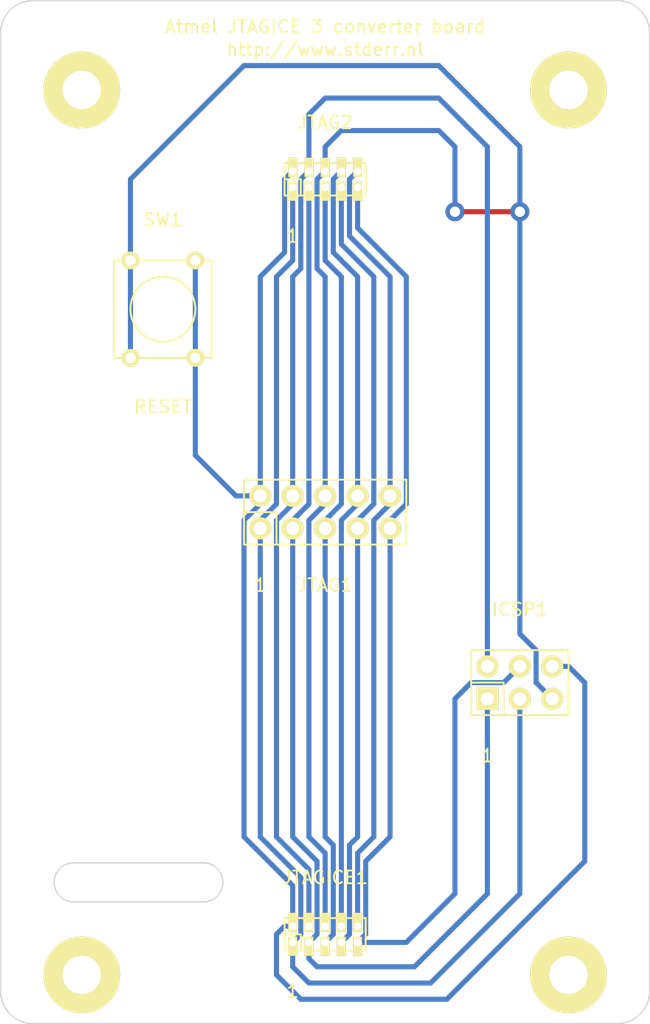
<source format=kicad_pcb>
(kicad_pcb (version 4) (host pcbnew 0.201501300116+5396~20~ubuntu14.10.1-product)

  (general
    (links 30)
    (no_connects 0)
    (area 83.435475 20.269999 134.670001 100.380001)
    (thickness 1.6)
    (drawings 27)
    (tracks 156)
    (zones 0)
    (modules 9)
    (nets 11)
  )

  (page A3)
  (layers
    (0 F.Cu signal)
    (31 B.Cu signal)
    (32 B.Adhes user)
    (33 F.Adhes user)
    (34 B.Paste user)
    (35 F.Paste user)
    (36 B.SilkS user)
    (37 F.SilkS user)
    (38 B.Mask user)
    (39 F.Mask user)
    (40 Dwgs.User user)
    (41 Cmts.User user)
    (42 Eco1.User user)
    (43 Eco2.User user)
    (44 Edge.Cuts user)
  )

  (setup
    (last_trace_width 0.4)
    (trace_clearance 0.2)
    (zone_clearance 0.508)
    (zone_45_only no)
    (trace_min 0.254)
    (segment_width 0.1)
    (edge_width 0.1)
    (via_size 1.5)
    (via_drill 0.8128)
    (via_min_size 0.889)
    (via_min_drill 0.508)
    (uvia_size 0.508)
    (uvia_drill 0.127)
    (uvias_allowed no)
    (uvia_min_size 0.508)
    (uvia_min_drill 0.127)
    (pcb_text_width 0.3)
    (pcb_text_size 1.5 1.5)
    (mod_edge_width 0.15)
    (mod_text_size 1 1)
    (mod_text_width 0.15)
    (pad_size 1.7272 1.7272)
    (pad_drill 1.016)
    (pad_to_mask_clearance 0)
    (aux_axis_origin 83.82 20.32)
    (grid_origin 119.38 90.17)
    (visible_elements FFFFFF3F)
    (pcbplotparams
      (layerselection 0x00020_00000000)
      (usegerberextensions false)
      (excludeedgelayer false)
      (linewidth 0.150000)
      (plotframeref false)
      (viasonmask false)
      (mode 1)
      (useauxorigin false)
      (hpglpennumber 1)
      (hpglpenspeed 20)
      (hpglpendiameter 15)
      (hpglpenoverlay 2)
      (psnegative false)
      (psa4output false)
      (plotreference true)
      (plotvalue true)
      (plotinvisibletext false)
      (padsonsilk false)
      (subtractmaskfromsilk false)
      (outputformat 5)
      (mirror false)
      (drillshape 0)
      (scaleselection 1)
      (outputdirectory Plot))
  )

  (net 0 "")
  (net 1 N-000001)
  (net 2 N-0000010)
  (net 3 N-000002)
  (net 4 N-000003)
  (net 5 N-000004)
  (net 6 N-000005)
  (net 7 N-000006)
  (net 8 N-000007)
  (net 9 N-000008)
  (net 10 N-000009)

  (net_class Default "This is the default net class."
    (clearance 0.2)
    (trace_width 0.4)
    (via_dia 1.5)
    (via_drill 0.8128)
    (uvia_dia 0.508)
    (uvia_drill 0.127)
    (add_net N-000001)
    (add_net N-0000010)
    (add_net N-000002)
    (add_net N-000003)
    (add_net N-000004)
    (add_net N-000005)
    (add_net N-000006)
    (add_net N-000007)
    (add_net N-000008)
    (add_net N-000009)
  )

  (module Pin_Header_Straight_2x05_Pitch1.27mm_longpads (layer F.Cu) (tedit 54DB5F00) (tstamp 54D233A6)
    (at 109.22 34.29)
    (descr "Through hole pin header")
    (tags "pin header")
    (path /54CB6D6F)
    (fp_text reference JTAG2 (at 0 -4.445) (layer F.SilkS)
      (effects (font (size 1 1) (thickness 0.15)))
    )
    (fp_text value CONN_5X2 (at 0 0) (layer F.SilkS) hide
      (effects (font (size 1 1) (thickness 0.15)))
    )
    (fp_line (start 3.175 1.27) (end -3.175 1.27) (layer F.SilkS) (width 0.15))
    (fp_line (start -3.175 -1.27) (end 3.175 -1.27) (layer F.SilkS) (width 0.15))
    (fp_line (start 3.175 -1.27) (end 3.175 1.27) (layer F.SilkS) (width 0.15))
    (fp_line (start -3.175 -1.27) (end -3.175 0) (layer F.SilkS) (width 0.15))
    (fp_line (start -3.175 1.27) (end -1.905 1.27) (layer F.SilkS) (width 0.15))
    (fp_line (start -3.175 0) (end -1.905 0) (layer F.SilkS) (width 0.15))
    (fp_line (start -1.905 0) (end -1.905 1.27) (layer F.SilkS) (width 0.15))
    (fp_line (start -3.175 1.27) (end -3.175 0) (layer F.SilkS) (width 0.15))
    (pad 1 thru_hole rect (at -2.54 0.635) (size 0.7 1.5) (drill 0.6 (offset 0 0.3)) (layers *.Cu *.Mask F.SilkS)
      (net 2 N-0000010))
    (pad 2 thru_hole rect (at -2.54 -0.635) (size 0.7 1.5) (drill 0.6 (offset 0 -0.3)) (layers *.Cu *.Mask F.SilkS)
      (net 6 N-000005))
    (pad 3 thru_hole rect (at -1.27 0.635) (size 0.7 1.5) (drill 0.6 (offset 0 0.3)) (layers *.Cu *.Mask F.SilkS)
      (net 10 N-000009))
    (pad 4 thru_hole rect (at -1.27 -0.635) (size 0.7 1.5) (drill 0.6 (offset 0 -0.3)) (layers *.Cu *.Mask F.SilkS)
      (net 3 N-000002))
    (pad 5 thru_hole rect (at 0 0.635) (size 0.7 1.5) (drill 0.6 (offset 0 0.3)) (layers *.Cu *.Mask F.SilkS)
      (net 9 N-000008))
    (pad 6 thru_hole rect (at 0 -0.635) (size 0.7 1.5) (drill 0.6 (offset 0 -0.3)) (layers *.Cu *.Mask F.SilkS)
      (net 5 N-000004))
    (pad 7 thru_hole rect (at 1.27 0.635) (size 0.7 1.5) (drill 0.6 (offset 0 0.3)) (layers *.Cu *.Mask F.SilkS)
      (net 8 N-000007))
    (pad 8 thru_hole rect (at 1.27 -0.635) (size 0.7 1.5) (drill 0.6 (offset 0 -0.3)) (layers *.Cu *.Mask F.SilkS)
      (net 4 N-000003))
    (pad 9 thru_hole rect (at 2.54 0.635) (size 0.7 1.5) (drill 0.6 (offset 0 0.3)) (layers *.Cu *.Mask F.SilkS)
      (net 7 N-000006))
    (pad 10 thru_hole rect (at 2.54 -0.635) (size 0.7 1.5) (drill 0.6 (offset 0 -0.3)) (layers *.Cu *.Mask F.SilkS)
      (net 1 N-000001))
    (model Pin_Headers/Pin_Header_Straight_2x05.wrl
      (at (xyz 0 0 0))
      (scale (xyz 0.5 0.5 0.5))
      (rotate (xyz 0 0 0))
    )
  )

  (module Pin_Headers:Pin_Header_Straight_2x05 (layer F.Cu) (tedit 54D27039) (tstamp 54D252A0)
    (at 109.22 60.325)
    (descr "Through hole pin header")
    (tags "pin header")
    (path /545D435F)
    (fp_text reference JTAG1 (at 0 5.715) (layer F.SilkS)
      (effects (font (size 1 1) (thickness 0.15)))
    )
    (fp_text value CONN_5X2 (at 8.255 6.985) (layer F.SilkS) hide
      (effects (font (size 1 1) (thickness 0.15)))
    )
    (fp_line (start -6.35 -2.54) (end 6.35 -2.54) (layer F.SilkS) (width 0.15))
    (fp_line (start 6.35 -2.54) (end 6.35 2.54) (layer F.SilkS) (width 0.15))
    (fp_line (start 6.35 2.54) (end -3.81 2.54) (layer F.SilkS) (width 0.15))
    (fp_line (start -6.35 -2.54) (end -6.35 0) (layer F.SilkS) (width 0.15))
    (fp_line (start -6.35 2.54) (end -3.81 2.54) (layer F.SilkS) (width 0.15))
    (fp_line (start -6.35 0) (end -3.81 0) (layer F.SilkS) (width 0.15))
    (fp_line (start -3.81 0) (end -3.81 2.54) (layer F.SilkS) (width 0.15))
    (fp_line (start -6.35 2.54) (end -6.35 0) (layer F.SilkS) (width 0.15))
    (pad 1 thru_hole circle (at -5.08 1.27) (size 1.7272 1.7272) (drill 1.016) (layers *.Cu *.Mask F.SilkS)
      (net 2 N-0000010))
    (pad 2 thru_hole oval (at -5.08 -1.27) (size 1.7272 1.7272) (drill 1.016) (layers *.Cu *.Mask F.SilkS)
      (net 6 N-000005))
    (pad 3 thru_hole oval (at -2.54 1.27) (size 1.7272 1.7272) (drill 1.016) (layers *.Cu *.Mask F.SilkS)
      (net 10 N-000009))
    (pad 4 thru_hole oval (at -2.54 -1.27) (size 1.7272 1.7272) (drill 1.016) (layers *.Cu *.Mask F.SilkS)
      (net 3 N-000002))
    (pad 5 thru_hole oval (at 0 1.27) (size 1.7272 1.7272) (drill 1.016) (layers *.Cu *.Mask F.SilkS)
      (net 9 N-000008))
    (pad 6 thru_hole oval (at 0 -1.27) (size 1.7272 1.7272) (drill 1.016) (layers *.Cu *.Mask F.SilkS)
      (net 5 N-000004))
    (pad 7 thru_hole oval (at 2.54 1.27) (size 1.7272 1.7272) (drill 1.016) (layers *.Cu *.Mask F.SilkS)
      (net 8 N-000007))
    (pad 8 thru_hole oval (at 2.54 -1.27) (size 1.7272 1.7272) (drill 1.016) (layers *.Cu *.Mask F.SilkS)
      (net 4 N-000003))
    (pad 9 thru_hole oval (at 5.08 1.27) (size 1.7272 1.7272) (drill 1.016) (layers *.Cu *.Mask F.SilkS)
      (net 7 N-000006))
    (pad 10 thru_hole oval (at 5.08 -1.27) (size 1.7272 1.7272) (drill 1.016) (layers *.Cu *.Mask F.SilkS)
      (net 1 N-000001))
    (model Pin_Headers/Pin_Header_Straight_2x05.wrl
      (at (xyz 0 0 0))
      (scale (xyz 1 1 1))
      (rotate (xyz 0 0 0))
    )
  )

  (module Pin_Headers:Pin_Header_Straight_2x03 (layer F.Cu) (tedit 54DB5F23) (tstamp 54D23315)
    (at 124.46 73.66)
    (descr "Through hole pin header")
    (tags "pin header")
    (path /545D434F)
    (fp_text reference ICSP1 (at 0 -5.715) (layer F.SilkS)
      (effects (font (size 1 1) (thickness 0.15)))
    )
    (fp_text value CONN_3X2 (at 0 0) (layer F.SilkS) hide
      (effects (font (size 1 1) (thickness 0.15)))
    )
    (fp_line (start -3.81 0) (end -1.27 0) (layer F.SilkS) (width 0.15))
    (fp_line (start -1.27 0) (end -1.27 2.54) (layer F.SilkS) (width 0.15))
    (fp_line (start -3.81 2.54) (end 3.81 2.54) (layer F.SilkS) (width 0.15))
    (fp_line (start 3.81 2.54) (end 3.81 -2.54) (layer F.SilkS) (width 0.15))
    (fp_line (start 3.81 -2.54) (end -1.27 -2.54) (layer F.SilkS) (width 0.15))
    (fp_line (start -3.81 2.54) (end -3.81 0) (layer F.SilkS) (width 0.15))
    (fp_line (start -3.81 -2.54) (end -3.81 0) (layer F.SilkS) (width 0.15))
    (fp_line (start -1.27 -2.54) (end -3.81 -2.54) (layer F.SilkS) (width 0.15))
    (pad 1 thru_hole rect (at -2.54 1.27) (size 1.7272 1.7272) (drill 1.016) (layers *.Cu *.Mask F.SilkS)
      (net 10 N-000009))
    (pad 2 thru_hole oval (at -2.54 -1.27) (size 1.7272 1.7272) (drill 1.016) (layers *.Cu *.Mask F.SilkS)
      (net 3 N-000002))
    (pad 3 thru_hole oval (at 0 1.27) (size 1.7272 1.7272) (drill 1.016) (layers *.Cu *.Mask F.SilkS)
      (net 2 N-0000010))
    (pad 4 thru_hole oval (at 0 -1.27) (size 1.7272 1.7272) (drill 1.016) (layers *.Cu *.Mask F.SilkS)
      (net 7 N-000006))
    (pad 5 thru_hole oval (at 2.54 1.27) (size 1.7272 1.7272) (drill 1.016) (layers *.Cu *.Mask F.SilkS)
      (net 5 N-000004))
    (pad 6 thru_hole oval (at 2.54 -1.27) (size 1.7272 1.7272) (drill 1.016) (layers *.Cu *.Mask F.SilkS)
      (net 6 N-000005))
    (model Pin_Headers/Pin_Header_Straight_2x03.wrl
      (at (xyz 0 0 0))
      (scale (xyz 1 1 1))
      (rotate (xyz 0 0 0))
    )
  )

  (module Discret:SW_PUSH_SMALL (layer F.Cu) (tedit 54D270BB) (tstamp 54D26F8E)
    (at 96.52 44.45 270)
    (path /545D4B36)
    (fp_text reference SW1 (at -6.985 0 360) (layer F.SilkS)
      (effects (font (size 1 1) (thickness 0.15)))
    )
    (fp_text value RESET (at 7.62 0 360) (layer F.SilkS)
      (effects (font (size 1 1) (thickness 0.15)))
    )
    (fp_circle (center 0 0) (end 0 -2.54) (layer F.SilkS) (width 0.15))
    (fp_line (start -3.81 -3.81) (end 3.81 -3.81) (layer F.SilkS) (width 0.15))
    (fp_line (start 3.81 -3.81) (end 3.81 3.81) (layer F.SilkS) (width 0.15))
    (fp_line (start 3.81 3.81) (end -3.81 3.81) (layer F.SilkS) (width 0.15))
    (fp_line (start -3.81 -3.81) (end -3.81 3.81) (layer F.SilkS) (width 0.15))
    (pad 1 thru_hole circle (at 3.81 -2.54 270) (size 1.397 1.397) (drill 0.8128) (layers *.Cu *.Mask F.SilkS)
      (net 6 N-000005))
    (pad 2 thru_hole circle (at 3.81 2.54 270) (size 1.397 1.397) (drill 0.8128) (layers *.Cu *.Mask F.SilkS)
      (net 5 N-000004))
    (pad 1 thru_hole circle (at -3.81 -2.54 270) (size 1.397 1.397) (drill 0.8128) (layers *.Cu *.Mask F.SilkS)
      (net 6 N-000005))
    (pad 2 thru_hole circle (at -3.81 2.54 270) (size 1.397 1.397) (drill 0.8128) (layers *.Cu *.Mask F.SilkS)
      (net 5 N-000004))
  )

  (module Footprints:Mounting_hole_3mm (layer F.Cu) (tedit 54DC8EAE) (tstamp 54D241E6)
    (at 90.17 96.52)
    (fp_text reference SolderWirePad_single_2-5mmDrill (at 8.128 -2.54) (layer F.SilkS) hide
      (effects (font (size 1 1) (thickness 0.15)))
    )
    (fp_text value VAL** (at 2.54 1.27) (layer F.SilkS) hide
      (effects (font (size 1 1) (thickness 0.15)))
    )
    (pad 1 thru_hole circle (at 0 0) (size 6 6) (drill 3) (layers *.Cu *.Mask F.SilkS))
  )

  (module Footprints:Mounting_hole_3mm (layer F.Cu) (tedit 54DC8EB2) (tstamp 54D241F4)
    (at 128.27 96.52)
    (fp_text reference SolderWirePad_single_2-5mmDrill (at -10.16 -3.81) (layer F.SilkS) hide
      (effects (font (size 1 1) (thickness 0.15)))
    )
    (fp_text value VAL** (at -0.508 0) (layer F.SilkS) hide
      (effects (font (size 1 1) (thickness 0.15)))
    )
    (pad 1 thru_hole circle (at 0 0) (size 6 6) (drill 3) (layers *.Cu *.Mask F.SilkS))
  )

  (module Footprints:Mounting_hole_3mm (layer F.Cu) (tedit 54DC8EA7) (tstamp 54D24202)
    (at 128.27 27.305)
    (fp_text reference SolderWirePad_single_2-5mmDrill (at -7.112 -0.635) (layer F.SilkS) hide
      (effects (font (size 1 1) (thickness 0.15)))
    )
    (fp_text value VAL** (at 1.27 5.08) (layer F.SilkS) hide
      (effects (font (size 1 1) (thickness 0.15)))
    )
    (pad 1 thru_hole circle (at 0 0) (size 6 6) (drill 3) (layers *.Cu *.Mask F.SilkS))
  )

  (module Footprints:Mounting_hole_3mm (layer F.Cu) (tedit 54DC8EA9) (tstamp 54D253A0)
    (at 90.17 27.305)
    (fp_text reference SolderWirePad_single_2-5mmDrill (at 6.35 0.381) (layer F.SilkS) hide
      (effects (font (size 1 1) (thickness 0.15)))
    )
    (fp_text value VAL** (at 1.27 5.08) (layer F.SilkS) hide
      (effects (font (size 1 1) (thickness 0.15)))
    )
    (pad 1 thru_hole circle (at 0 0) (size 6 6) (drill 3) (layers *.Cu *.Mask F.SilkS))
  )

  (module Footprints:Pin_Header_Straight_2x05_Pitch1.27mm_longpads (layer F.Cu) (tedit 54DB5E93) (tstamp 54D2333F)
    (at 109.22 93.345)
    (descr "Through hole pin header")
    (tags "pin header")
    (path /545D475E)
    (fp_text reference JTAGICE1 (at 0 -4.445) (layer F.SilkS)
      (effects (font (size 1 1) (thickness 0.15)))
    )
    (fp_text value CONN_5X2 (at 0 0) (layer F.SilkS) hide
      (effects (font (size 1 1) (thickness 0.15)))
    )
    (fp_line (start 3.175 1.27) (end -3.175 1.27) (layer F.SilkS) (width 0.15))
    (fp_line (start -3.175 -1.27) (end 3.175 -1.27) (layer F.SilkS) (width 0.15))
    (fp_line (start 3.175 -1.27) (end 3.175 1.27) (layer F.SilkS) (width 0.15))
    (fp_line (start -3.175 -1.27) (end -3.175 0) (layer F.SilkS) (width 0.15))
    (fp_line (start -3.175 1.27) (end -1.905 1.27) (layer F.SilkS) (width 0.15))
    (fp_line (start -3.175 0) (end -1.905 0) (layer F.SilkS) (width 0.15))
    (fp_line (start -1.905 0) (end -1.905 1.27) (layer F.SilkS) (width 0.15))
    (fp_line (start -3.175 1.27) (end -3.175 0) (layer F.SilkS) (width 0.15))
    (pad 1 thru_hole rect (at -2.54 0.635) (size 0.7 1.5) (drill 0.6 (offset 0 0.3)) (layers *.Cu *.Mask F.SilkS)
      (net 2 N-0000010))
    (pad 2 thru_hole rect (at -2.54 -0.635) (size 0.7 1.5) (drill 0.6 (offset 0 -0.3)) (layers *.Cu *.Mask F.SilkS)
      (net 6 N-000005))
    (pad 3 thru_hole rect (at -1.27 0.635) (size 0.7 1.5) (drill 0.6 (offset 0 0.3)) (layers *.Cu *.Mask F.SilkS)
      (net 10 N-000009))
    (pad 4 thru_hole rect (at -1.27 -0.635) (size 0.7 1.5) (drill 0.6 (offset 0 -0.3)) (layers *.Cu *.Mask F.SilkS)
      (net 3 N-000002))
    (pad 5 thru_hole rect (at 0 0.635) (size 0.7 1.5) (drill 0.6 (offset 0 0.3)) (layers *.Cu *.Mask F.SilkS)
      (net 9 N-000008))
    (pad 6 thru_hole rect (at 0 -0.635) (size 0.7 1.5) (drill 0.6 (offset 0 -0.3)) (layers *.Cu *.Mask F.SilkS)
      (net 5 N-000004))
    (pad 7 thru_hole rect (at 1.27 0.635) (size 0.7 1.5) (drill 0.6 (offset 0 0.3)) (layers *.Cu *.Mask F.SilkS)
      (net 8 N-000007))
    (pad 8 thru_hole rect (at 1.27 -0.635) (size 0.7 1.5) (drill 0.6 (offset 0 -0.3)) (layers *.Cu *.Mask F.SilkS)
      (net 4 N-000003))
    (pad 9 thru_hole rect (at 2.54 0.635) (size 0.7 1.5) (drill 0.6 (offset 0 0.3)) (layers *.Cu *.Mask F.SilkS)
      (net 7 N-000006))
    (pad 10 thru_hole rect (at 2.54 -0.635) (size 0.7 1.5) (drill 0.6 (offset 0 -0.3)) (layers *.Cu *.Mask F.SilkS)
      (net 1 N-000001))
    (model Pin_Headers/Pin_Header_Straight_2x05.wrl
      (at (xyz 0 0 0))
      (scale (xyz 0.5 0.5 0.5))
      (rotate (xyz 0 0 0))
    )
  )

  (gr_text "Atmel JTAGICE 3 converter board" (at 109.22 22.352) (layer F.SilkS)
    (effects (font (size 1 1) (thickness 0.15)))
  )
  (gr_text http://www.stderr.nl (at 109.22 24.13) (layer F.SilkS)
    (effects (font (size 1 1) (thickness 0.15)))
  )
  (gr_text 1 (at 121.92 79.375) (layer F.SilkS)
    (effects (font (size 1 1) (thickness 0.15)))
  )
  (gr_text 1 (at 106.68 38.735) (layer F.SilkS)
    (effects (font (size 1 1) (thickness 0.15)))
  )
  (gr_text 1 (at 106.68 97.79) (layer F.SilkS)
    (effects (font (size 1 1) (thickness 0.15)))
  )
  (gr_text 1 (at 104.14 66.04) (layer F.SilkS)
    (effects (font (size 1 1) (thickness 0.15)))
  )
  (gr_text "Note: grey line is real countour,\n yellow line is inset 1mm to \naccount for tool width." (at 94.615 89.281) (layer Cmts.User)
    (effects (font (size 0.5 0.5) (thickness 0.125)))
  )
  (gr_arc (start 99.695 89.281) (end 101.219 89.281) (angle 90) (layer Edge.Cuts) (width 0.1))
  (gr_arc (start 99.695 89.281) (end 99.695 87.757) (angle 90) (layer Edge.Cuts) (width 0.1))
  (gr_arc (start 89.535 89.281) (end 89.535 90.805) (angle 90) (layer Edge.Cuts) (width 0.1))
  (gr_arc (start 89.535 89.281) (end 88.011 89.281) (angle 90) (layer Edge.Cuts) (width 0.1))
  (gr_line (start 99.695 91.821) (end 89.535 91.821) (angle 90) (layer Dwgs.User) (width 0.1))
  (gr_line (start 89.535 86.741) (end 99.695 86.741) (angle 90) (layer Dwgs.User) (width 0.1))
  (gr_line (start 89.535 90.805) (end 99.695 90.805) (angle 90) (layer Edge.Cuts) (width 0.1))
  (gr_line (start 99.695 87.757) (end 89.535 87.757) (angle 90) (layer Edge.Cuts) (width 0.1) (tstamp 54D33828))
  (gr_arc (start 99.695 89.281) (end 102.235 89.281) (angle 90) (layer Dwgs.User) (width 0.1))
  (gr_arc (start 99.695 89.281) (end 99.695 86.741) (angle 90) (layer Dwgs.User) (width 0.1))
  (gr_arc (start 89.535 89.281) (end 89.535 91.821) (angle 90) (layer Dwgs.User) (width 0.1) (tstamp 54D33833))
  (gr_arc (start 89.535 89.281) (end 86.995 89.281) (angle 90) (layer Dwgs.User) (width 0.1) (tstamp 54D3382C))
  (gr_line (start 86.36 100.33) (end 132.08 100.33) (angle 90) (layer Edge.Cuts) (width 0.1))
  (gr_line (start 83.82 22.86) (end 83.82 97.79) (angle 90) (layer Edge.Cuts) (width 0.1))
  (gr_line (start 132.08 20.32) (end 86.36 20.32) (angle 90) (layer Edge.Cuts) (width 0.1))
  (gr_line (start 134.62 97.79) (end 134.62 22.225) (angle 90) (layer Edge.Cuts) (width 0.1))
  (gr_arc (start 132.08 22.86) (end 132.08 20.32) (angle 90) (layer Edge.Cuts) (width 0.1))
  (gr_arc (start 86.36 22.86) (end 83.82 22.86) (angle 90) (layer Edge.Cuts) (width 0.1))
  (gr_arc (start 86.36 97.79) (end 86.36 100.33) (angle 90) (layer Edge.Cuts) (width 0.1))
  (gr_arc (start 132.08 97.79) (end 134.62 97.79) (angle 90) (layer Edge.Cuts) (width 0.1))

  (segment (start 111.76 33.655) (end 111.125 34.29) (width 0.4) (layer B.Cu) (net 1))
  (segment (start 114.3 41.91) (end 114.3 59.055) (width 0.4) (layer B.Cu) (net 1) (tstamp 54D2649D))
  (segment (start 111.125 38.735) (end 114.3 41.91) (width 0.4) (layer B.Cu) (net 1) (tstamp 54D2649A))
  (segment (start 111.125 34.29) (end 111.125 38.735) (width 0.4) (layer B.Cu) (net 1) (tstamp 54D26498))
  (segment (start 113.03 60.96) (end 113.03 85.725) (width 0.4) (layer B.Cu) (net 1))
  (segment (start 111.76 92.71) (end 111.76 89.535) (width 0.4) (layer B.Cu) (net 1) (tstamp 54D26278))
  (segment (start 113.03 60.96) (end 114.3 59.69) (width 0.4) (layer B.Cu) (net 1) (tstamp 54D2626E))
  (segment (start 111.76 86.995) (end 111.76 89.535) (width 0.4) (layer B.Cu) (net 1) (tstamp 54D26369))
  (segment (start 113.03 85.725) (end 111.76 86.995) (width 0.4) (layer B.Cu) (net 1) (tstamp 54D26363))
  (segment (start 114.3 59.055) (end 114.3 59.69) (width 0.4) (layer B.Cu) (net 1))
  (segment (start 124.46 90.17) (end 124.46 74.93) (width 0.4) (layer B.Cu) (net 2))
  (segment (start 106.68 93.98) (end 106.68 95.885) (width 0.4) (layer B.Cu) (net 2))
  (segment (start 106.68 95.885) (end 107.95 97.155) (width 0.4) (layer B.Cu) (net 2) (tstamp 54D265D8))
  (segment (start 106.68 34.925) (end 106.68 40.64) (width 0.4) (layer B.Cu) (net 2))
  (segment (start 105.41 59.69) (end 104.14 60.96) (width 0.4) (layer B.Cu) (net 2) (tstamp 54D26406))
  (segment (start 105.41 41.91) (end 105.41 59.69) (width 0.4) (layer B.Cu) (net 2) (tstamp 54D26401))
  (segment (start 106.68 40.64) (end 105.41 41.91) (width 0.4) (layer B.Cu) (net 2) (tstamp 54D263FD))
  (segment (start 104.14 60.96) (end 104.14 61.595) (width 0.4) (layer B.Cu) (net 2) (tstamp 54D2640C))
  (segment (start 104.14 85.725) (end 104.14 85.09) (width 0.4) (layer B.Cu) (net 2))
  (segment (start 104.14 85.09) (end 104.14 81.915) (width 0.4) (layer B.Cu) (net 2) (tstamp 54D262D7))
  (segment (start 107.315 89.535) (end 107.315 93.345) (width 0.4) (layer B.Cu) (net 2) (tstamp 54D262E2))
  (segment (start 106.68 93.98) (end 107.315 93.345) (width 0.4) (layer B.Cu) (net 2))
  (segment (start 104.14 61.595) (end 104.14 81.915) (width 0.4) (layer B.Cu) (net 2))
  (segment (start 107.315 88.9) (end 107.315 89.535) (width 0.4) (layer B.Cu) (net 2) (tstamp 54D2631C))
  (segment (start 104.14 85.725) (end 107.315 88.9) (width 0.4) (layer B.Cu) (net 2) (tstamp 54D2631B))
  (segment (start 107.95 97.155) (end 117.475 97.155) (width 0.4) (layer B.Cu) (net 2) (tstamp 54D265DD))
  (segment (start 124.46 90.17) (end 124.46 90.17) (width 0.4) (layer B.Cu) (net 2))
  (segment (start 117.475 97.155) (end 124.46 90.17) (width 0.4) (layer B.Cu) (net 2) (tstamp 54D265E0))
  (segment (start 107.95 29.21) (end 109.22 27.94) (width 0.4) (layer B.Cu) (net 3))
  (segment (start 107.95 33.655) (end 107.95 29.21) (width 0.4) (layer B.Cu) (net 3))
  (segment (start 121.92 31.75) (end 121.92 72.39) (width 0.4) (layer B.Cu) (net 3) (tstamp 54D26857))
  (segment (start 118.11 27.94) (end 121.92 31.75) (width 0.4) (layer B.Cu) (net 3) (tstamp 54D26849))
  (segment (start 109.22 27.94) (end 118.11 27.94) (width 0.4) (layer B.Cu) (net 3) (tstamp 54D26848))
  (segment (start 107.95 33.655) (end 107.315 34.29) (width 0.4) (layer B.Cu) (net 3))
  (segment (start 106.68 41.91) (end 106.68 59.055) (width 0.4) (layer B.Cu) (net 3) (tstamp 54D26439))
  (segment (start 107.315 41.275) (end 106.68 41.91) (width 0.4) (layer B.Cu) (net 3) (tstamp 54D26438))
  (segment (start 107.315 40.64) (end 107.315 41.275) (width 0.4) (layer B.Cu) (net 3) (tstamp 54D26432))
  (segment (start 107.315 40.005) (end 107.315 40.64) (width 0.4) (layer B.Cu) (net 3) (tstamp 54D2642F))
  (segment (start 107.315 34.29) (end 107.315 40.005) (width 0.4) (layer B.Cu) (net 3) (tstamp 54D2642E))
  (segment (start 106.68 59.69) (end 105.41 60.96) (width 0.4) (layer B.Cu) (net 3))
  (segment (start 105.41 85.725) (end 107.95 88.265) (width 0.4) (layer B.Cu) (net 3) (tstamp 54D26323))
  (segment (start 107.95 88.265) (end 107.95 89.535) (width 0.4) (layer B.Cu) (net 3) (tstamp 54D26328))
  (segment (start 107.95 89.535) (end 107.95 92.71) (width 0.4) (layer B.Cu) (net 3) (tstamp 54D26293))
  (segment (start 105.41 60.96) (end 105.41 85.725) (width 0.4) (layer B.Cu) (net 3))
  (segment (start 106.68 59.69) (end 106.68 59.055) (width 0.4) (layer B.Cu) (net 3) (tstamp 54D26426))
  (segment (start 106.68 59.69) (end 106.68 59.055) (width 0.4) (layer B.Cu) (net 3) (tstamp 54D25438) (status 30))
  (segment (start 110.49 33.655) (end 109.855 34.29) (width 0.4) (layer B.Cu) (net 4))
  (segment (start 111.76 41.91) (end 111.76 59.055) (width 0.4) (layer B.Cu) (net 4) (tstamp 54D26485))
  (segment (start 109.855 40.005) (end 111.76 41.91) (width 0.4) (layer B.Cu) (net 4) (tstamp 54D26481))
  (segment (start 109.855 34.29) (end 109.855 40.005) (width 0.4) (layer B.Cu) (net 4) (tstamp 54D26480))
  (segment (start 110.49 92.71) (end 110.49 60.96) (width 0.4) (layer B.Cu) (net 4))
  (segment (start 110.49 60.96) (end 111.76 59.69) (width 0.4) (layer B.Cu) (net 4) (tstamp 54D26261))
  (segment (start 111.76 59.055) (end 111.76 59.69) (width 0.4) (layer B.Cu) (net 4))
  (segment (start 93.98 40.64) (end 93.98 48.26) (width 0.4) (layer B.Cu) (net 5))
  (segment (start 93.98 40.64) (end 93.98 34.29) (width 0.4) (layer B.Cu) (net 5) (tstamp 54D26F65) (status 10))
  (segment (start 93.98 34.29) (end 102.87 25.4) (width 0.4) (layer B.Cu) (net 5) (tstamp 54D26F66))
  (segment (start 102.87 25.4) (end 105.41 25.4) (width 0.4) (layer B.Cu) (net 5) (tstamp 54D26F67))
  (segment (start 124.46 36.83) (end 124.46 31.75) (width 0.4) (layer B.Cu) (net 5))
  (segment (start 118.11 25.4) (end 105.41 25.4) (width 0.4) (layer B.Cu) (net 5) (tstamp 54D26D72))
  (segment (start 124.46 31.75) (end 118.11 25.4) (width 0.4) (layer B.Cu) (net 5) (tstamp 54D26D6E))
  (segment (start 124.46 69.85) (end 125.73 71.12) (width 0.4) (layer B.Cu) (net 5))
  (segment (start 118.11 30.48) (end 119.38 31.75) (width 0.4) (layer B.Cu) (net 5) (tstamp 54D26D48))
  (segment (start 119.38 31.75) (end 119.38 36.83) (width 0.4) (layer B.Cu) (net 5) (tstamp 54D26D49))
  (via (at 119.38 36.83) (size 1.5) (layers F.Cu B.Cu) (net 5))
  (segment (start 119.38 36.83) (end 124.46 36.83) (width 0.4) (layer F.Cu) (net 5) (tstamp 54D26D4E))
  (via (at 124.46 36.83) (size 1.5) (layers F.Cu B.Cu) (net 5))
  (segment (start 124.46 36.83) (end 124.46 69.85) (width 0.4) (layer B.Cu) (net 5) (tstamp 54D26D51))
  (segment (start 109.22 31.75) (end 110.49 30.48) (width 0.4) (layer B.Cu) (net 5) (tstamp 54D26838))
  (segment (start 110.49 30.48) (end 113.03 30.48) (width 0.4) (layer B.Cu) (net 5) (tstamp 54D2683B))
  (segment (start 109.22 33.655) (end 109.22 31.75) (width 0.4) (layer B.Cu) (net 5))
  (segment (start 113.03 30.48) (end 118.11 30.48) (width 0.4) (layer B.Cu) (net 5))
  (segment (start 125.73 73.66) (end 127 74.93) (width 0.4) (layer B.Cu) (net 5) (tstamp 54D26D67))
  (segment (start 125.73 71.12) (end 125.73 73.66) (width 0.4) (layer B.Cu) (net 5) (tstamp 54D26D66))
  (segment (start 109.22 59.055) (end 109.22 41.91) (width 0.4) (layer B.Cu) (net 5))
  (segment (start 108.585 34.29) (end 108.585 41.275) (width 0.4) (layer B.Cu) (net 5) (tstamp 54D26449))
  (segment (start 108.585 41.275) (end 109.22 41.91) (width 0.4) (layer B.Cu) (net 5) (tstamp 54D2644A))
  (segment (start 108.585 34.29) (end 109.22 33.655) (width 0.4) (layer B.Cu) (net 5))
  (segment (start 107.95 85.725) (end 107.95 60.96) (width 0.4) (layer B.Cu) (net 5))
  (segment (start 107.95 60.96) (end 109.22 59.69) (width 0.4) (layer B.Cu) (net 5) (tstamp 54D26241))
  (segment (start 109.22 88.265) (end 109.22 89.535) (width 0.4) (layer B.Cu) (net 5) (tstamp 54D26331))
  (segment (start 109.22 89.535) (end 109.22 92.71) (width 0.4) (layer B.Cu) (net 5) (tstamp 54D26254))
  (segment (start 109.22 86.995) (end 109.22 88.265) (width 0.4) (layer B.Cu) (net 5) (tstamp 54D26342))
  (segment (start 107.95 85.725) (end 109.22 86.995) (width 0.4) (layer B.Cu) (net 5) (tstamp 54D26340))
  (segment (start 109.22 59.055) (end 109.22 59.69) (width 0.4) (layer B.Cu) (net 5))
  (segment (start 99.06 48.26) (end 99.06 40.64) (width 0.4) (layer B.Cu) (net 6))
  (segment (start 99.06 55.88) (end 99.06 53.34) (width 0.4) (layer B.Cu) (net 6))
  (segment (start 104.14 59.055) (end 102.235 59.055) (width 0.4) (layer B.Cu) (net 6) (tstamp 54D26F3B))
  (segment (start 99.06 55.88) (end 102.235 59.055) (width 0.4) (layer B.Cu) (net 6) (tstamp 54D26F3A))
  (segment (start 99.06 53.34) (end 99.06 48.26) (width 0.4) (layer B.Cu) (net 6) (tstamp 54D26F39) (status 10))
  (segment (start 127 72.39) (end 128.27 72.39) (width 0.4) (layer B.Cu) (net 6))
  (segment (start 106.045 92.71) (end 105.41 93.345) (width 0.4) (layer B.Cu) (net 6) (tstamp 54D26A82))
  (segment (start 105.41 93.345) (end 105.41 96.52) (width 0.4) (layer B.Cu) (net 6) (tstamp 54D26A84))
  (segment (start 105.41 96.52) (end 107.315 98.425) (width 0.4) (layer B.Cu) (net 6) (tstamp 54D26A8B))
  (segment (start 107.315 98.425) (end 118.745 98.425) (width 0.4) (layer B.Cu) (net 6) (tstamp 54D26A91))
  (segment (start 118.745 98.425) (end 129.54 87.63) (width 0.4) (layer B.Cu) (net 6) (tstamp 54D26A96))
  (segment (start 129.54 87.63) (end 129.54 73.66) (width 0.4) (layer B.Cu) (net 6) (tstamp 54D26A9A))
  (segment (start 129.54 73.66) (end 128.27 72.39) (width 0.4) (layer B.Cu) (net 6) (tstamp 54D26AA1))
  (segment (start 106.045 92.71) (end 106.68 92.71) (width 0.4) (layer B.Cu) (net 6))
  (segment (start 104.14 59.055) (end 104.14 41.91) (width 0.4) (layer B.Cu) (net 6))
  (segment (start 106.045 34.29) (end 106.68 33.655) (width 0.4) (layer B.Cu) (net 6) (tstamp 54D263F6))
  (segment (start 106.045 40.005) (end 106.045 34.29) (width 0.4) (layer B.Cu) (net 6) (tstamp 54D263EF))
  (segment (start 104.14 41.91) (end 106.045 40.005) (width 0.4) (layer B.Cu) (net 6) (tstamp 54D263E8))
  (segment (start 102.87 85.725) (end 106.68 89.535) (width 0.4) (layer B.Cu) (net 6))
  (segment (start 102.87 60.96) (end 102.87 85.725) (width 0.4) (layer B.Cu) (net 6) (tstamp 54D262A3))
  (segment (start 106.68 92.71) (end 106.68 89.535) (width 0.4) (layer B.Cu) (net 6) (tstamp 54D262BF))
  (segment (start 102.87 60.96) (end 104.14 59.69) (width 0.4) (layer B.Cu) (net 6) (tstamp 54D2629F))
  (segment (start 104.14 59.055) (end 104.14 59.69) (width 0.4) (layer B.Cu) (net 6))
  (segment (start 119.38 90.17) (end 119.38 74.93) (width 0.4) (layer B.Cu) (net 7))
  (segment (start 123.19 73.66) (end 124.46 72.39) (width 0.4) (layer B.Cu) (net 7) (tstamp 54D26CD1))
  (segment (start 120.65 73.66) (end 123.19 73.66) (width 0.4) (layer B.Cu) (net 7) (tstamp 54D26CCF))
  (segment (start 119.38 74.93) (end 120.65 73.66) (width 0.4) (layer B.Cu) (net 7) (tstamp 54D26CCC))
  (segment (start 119.38 90.17) (end 119.38 90.17) (width 0.4) (layer B.Cu) (net 7))
  (segment (start 111.76 93.98) (end 115.57 93.98) (width 0.4) (layer B.Cu) (net 7))
  (segment (start 115.57 93.98) (end 119.38 90.17) (width 0.4) (layer B.Cu) (net 7) (tstamp 54D265B4))
  (segment (start 111.76 34.925) (end 111.76 38.1) (width 0.4) (layer B.Cu) (net 7))
  (segment (start 115.57 59.69) (end 114.3 60.96) (width 0.4) (layer B.Cu) (net 7) (tstamp 54D264AD))
  (segment (start 115.57 41.91) (end 115.57 59.69) (width 0.4) (layer B.Cu) (net 7) (tstamp 54D264A5))
  (segment (start 111.76 38.1) (end 115.57 41.91) (width 0.4) (layer B.Cu) (net 7) (tstamp 54D264A3))
  (segment (start 114.3 60.96) (end 114.3 61.595) (width 0.4) (layer B.Cu) (net 7) (tstamp 54D264B0))
  (segment (start 114.3 61.595) (end 114.3 85.725) (width 0.4) (layer B.Cu) (net 7))
  (segment (start 112.395 93.345) (end 111.76 93.98) (width 0.4) (layer B.Cu) (net 7) (tstamp 54D26371))
  (segment (start 112.395 87.63) (end 112.395 93.345) (width 0.4) (layer B.Cu) (net 7) (tstamp 54D2636F))
  (segment (start 114.3 85.725) (end 112.395 87.63) (width 0.4) (layer B.Cu) (net 7) (tstamp 54D2636D))
  (segment (start 110.49 34.925) (end 110.49 39.37) (width 0.4) (layer B.Cu) (net 8))
  (segment (start 113.03 59.69) (end 111.76 60.96) (width 0.4) (layer B.Cu) (net 8) (tstamp 54D2648E))
  (segment (start 113.03 59.055) (end 113.03 59.69) (width 0.4) (layer B.Cu) (net 8) (tstamp 54D2648D))
  (segment (start 113.03 41.91) (end 113.03 59.055) (width 0.4) (layer B.Cu) (net 8) (tstamp 54D2648B))
  (segment (start 110.49 39.37) (end 113.03 41.91) (width 0.4) (layer B.Cu) (net 8) (tstamp 54D26489))
  (segment (start 111.76 60.96) (end 111.76 61.595) (width 0.4) (layer B.Cu) (net 8) (tstamp 54D26494))
  (segment (start 111.76 61.595) (end 111.76 85.725) (width 0.4) (layer B.Cu) (net 8))
  (segment (start 111.125 93.345) (end 110.49 93.98) (width 0.4) (layer B.Cu) (net 8))
  (segment (start 111.125 86.36) (end 111.125 93.345) (width 0.4) (layer B.Cu) (net 8) (tstamp 54D2635C))
  (segment (start 111.76 85.725) (end 111.125 86.36) (width 0.4) (layer B.Cu) (net 8) (tstamp 54D26356))
  (segment (start 109.22 34.925) (end 109.22 40.64) (width 0.4) (layer B.Cu) (net 9))
  (segment (start 110.49 59.69) (end 109.22 60.96) (width 0.4) (layer B.Cu) (net 9) (tstamp 54D26463))
  (segment (start 110.49 59.69) (end 110.49 59.69) (width 0.4) (layer B.Cu) (net 9) (tstamp 54D2645F))
  (segment (start 110.49 41.91) (end 110.49 59.69) (width 0.4) (layer B.Cu) (net 9) (tstamp 54D2645B))
  (segment (start 109.22 40.64) (end 110.49 41.91) (width 0.4) (layer B.Cu) (net 9) (tstamp 54D26458))
  (segment (start 109.22 60.96) (end 109.22 61.595) (width 0.4) (layer B.Cu) (net 9) (tstamp 54D26470))
  (segment (start 109.22 61.595) (end 109.22 85.725) (width 0.4) (layer B.Cu) (net 9))
  (segment (start 109.855 93.345) (end 109.22 93.98) (width 0.4) (layer B.Cu) (net 9))
  (segment (start 109.855 86.36) (end 109.855 93.345) (width 0.4) (layer B.Cu) (net 9) (tstamp 54D2634D))
  (segment (start 109.22 85.725) (end 109.855 86.36) (width 0.4) (layer B.Cu) (net 9) (tstamp 54D26346))
  (segment (start 121.92 90.17) (end 116.205 95.885) (width 0.4) (layer B.Cu) (net 10))
  (segment (start 108.585 95.885) (end 116.205 95.885) (width 0.4) (layer B.Cu) (net 10) (tstamp 54D265C5))
  (segment (start 107.95 93.98) (end 107.95 95.25) (width 0.4) (layer B.Cu) (net 10))
  (segment (start 107.95 95.25) (end 108.585 95.885) (width 0.4) (layer B.Cu) (net 10) (tstamp 54D265C1))
  (segment (start 121.92 90.17) (end 121.92 74.93) (width 0.4) (layer B.Cu) (net 10))
  (segment (start 121.92 90.17) (end 121.92 90.17) (width 0.4) (layer B.Cu) (net 10))
  (segment (start 107.95 34.925) (end 107.95 59.69) (width 0.4) (layer B.Cu) (net 10))
  (segment (start 107.95 59.69) (end 106.68 60.96) (width 0.4) (layer B.Cu) (net 10) (tstamp 54D2643D))
  (segment (start 106.68 60.96) (end 106.68 61.595) (width 0.4) (layer B.Cu) (net 10) (tstamp 54D26443))
  (segment (start 106.68 85.725) (end 108.585 87.63) (width 0.4) (layer B.Cu) (net 10))
  (segment (start 107.95 93.98) (end 108.585 93.345) (width 0.4) (layer B.Cu) (net 10))
  (segment (start 106.68 85.725) (end 106.68 61.595) (width 0.4) (layer B.Cu) (net 10))
  (segment (start 108.585 87.63) (end 108.585 93.345) (width 0.4) (layer B.Cu) (net 10) (tstamp 54D26338))

)

</source>
